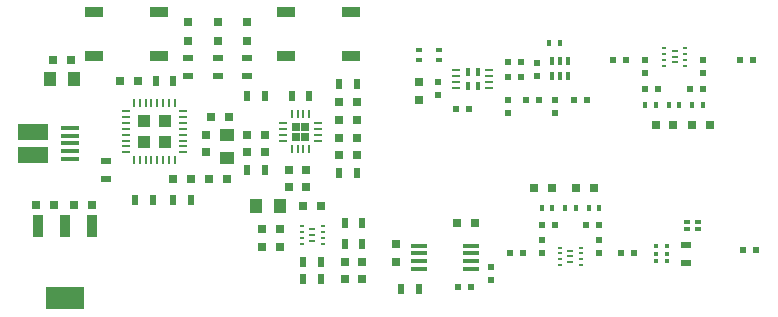
<source format=gtp>
G04 #@! TF.FileFunction,Paste,Top*
%FSLAX46Y46*%
G04 Gerber Fmt 4.6, Leading zero omitted, Abs format (unit mm)*
G04 Created by KiCad (PCBNEW 4.0.5-e0-6337~49~ubuntu14.04.1) date Sun Feb 26 21:45:19 2017*
%MOMM*%
%LPD*%
G01*
G04 APERTURE LIST*
%ADD10C,0.100000*%
%ADD11R,1.450000X0.400000*%
%ADD12R,0.450000X0.250000*%
%ADD13R,0.560000X0.170000*%
%ADD14R,0.560000X0.210000*%
%ADD15R,0.750000X0.260000*%
%ADD16R,0.260000X0.750000*%
%ADD17R,0.650000X0.650000*%
%ADD18R,0.700000X0.250000*%
%ADD19R,0.250000X0.700000*%
%ADD20R,1.035000X1.035000*%
%ADD21R,1.500000X0.850000*%
%ADD22R,0.500000X0.900000*%
%ADD23R,0.800000X0.750000*%
%ADD24R,0.750000X0.800000*%
%ADD25R,0.600000X0.500000*%
%ADD26R,0.500000X0.600000*%
%ADD27R,0.800000X0.800000*%
%ADD28R,1.250000X1.000000*%
%ADD29R,1.000000X1.250000*%
%ADD30R,1.650000X0.400000*%
%ADD31R,2.500000X1.430000*%
%ADD32R,0.900000X0.500000*%
%ADD33R,0.400000X0.600000*%
%ADD34R,0.600000X0.400000*%
%ADD35R,3.250000X1.900000*%
%ADD36R,0.950000X1.900000*%
%ADD37R,0.300000X0.800000*%
%ADD38R,0.330000X0.410000*%
%ADD39R,0.500000X0.400000*%
%ADD40R,0.675000X0.250000*%
%ADD41R,0.450000X0.800000*%
G04 APERTURE END LIST*
D10*
D11*
X176500000Y-85400000D03*
X176500000Y-86050000D03*
X176500000Y-86700000D03*
X176500000Y-87350000D03*
X180900000Y-87350000D03*
X180900000Y-86700000D03*
X180900000Y-86050000D03*
X180900000Y-85400000D03*
D12*
X166625000Y-83750000D03*
X166625000Y-84250000D03*
X166625000Y-84750000D03*
X166625000Y-85250000D03*
X168375000Y-85250000D03*
X168375000Y-84750000D03*
X168375000Y-84250000D03*
X168375000Y-83750000D03*
D13*
X167500000Y-84020000D03*
D14*
X167500000Y-84500000D03*
D13*
X167500000Y-85000000D03*
D15*
X167975000Y-76500000D03*
X167975000Y-76000000D03*
X167975000Y-75500000D03*
X167975000Y-75000000D03*
D16*
X167250000Y-74275000D03*
X166750000Y-74275000D03*
X166250000Y-74275000D03*
X165750000Y-74275000D03*
D15*
X165025000Y-75000000D03*
X165025000Y-75500000D03*
X165025000Y-76000000D03*
X165025000Y-76500000D03*
D16*
X165750000Y-77225000D03*
X166250000Y-77225000D03*
X166750000Y-77225000D03*
X167250000Y-77225000D03*
D17*
X166912500Y-76162500D03*
X166087500Y-75337500D03*
X166912500Y-75337500D03*
X166087500Y-76162500D03*
D18*
X156537500Y-77500000D03*
X156537500Y-77000000D03*
X156537500Y-76500000D03*
X156537500Y-76000000D03*
X156537500Y-75500000D03*
X156537500Y-75000000D03*
X156537500Y-74500000D03*
X156537500Y-74000000D03*
D19*
X155887500Y-73350000D03*
X155387500Y-73350000D03*
X154887500Y-73350000D03*
X154387500Y-73350000D03*
X153887500Y-73350000D03*
X153387500Y-73350000D03*
X152887500Y-73350000D03*
X152387500Y-73350000D03*
D18*
X151737500Y-74000000D03*
X151737500Y-74500000D03*
X151737500Y-75000000D03*
X151737500Y-75500000D03*
X151737500Y-76000000D03*
X151737500Y-76500000D03*
X151737500Y-77000000D03*
X151737500Y-77500000D03*
D19*
X152387500Y-78150000D03*
X152887500Y-78150000D03*
X153387500Y-78150000D03*
X153887500Y-78150000D03*
X154387500Y-78150000D03*
X154887500Y-78150000D03*
X155387500Y-78150000D03*
X155887500Y-78150000D03*
D20*
X153275000Y-74887500D03*
X153275000Y-76612500D03*
X155000000Y-74887500D03*
X155000000Y-76612500D03*
D21*
X170750000Y-65650000D03*
X165250000Y-65650000D03*
X165250000Y-69350000D03*
X170750000Y-69350000D03*
X154500000Y-65650000D03*
X149000000Y-65650000D03*
X149000000Y-69350000D03*
X154500000Y-69350000D03*
D22*
X163500000Y-72750000D03*
X162000000Y-72750000D03*
X154250000Y-71500000D03*
X155750000Y-71500000D03*
D23*
X144150000Y-81950000D03*
X145650000Y-81950000D03*
X151250000Y-71500000D03*
X152750000Y-71500000D03*
X157250000Y-79750000D03*
X155750000Y-79750000D03*
X160450000Y-74500000D03*
X158950000Y-74500000D03*
X147350000Y-81950000D03*
X148850000Y-81950000D03*
X145550000Y-69650000D03*
X147050000Y-69650000D03*
D24*
X158500000Y-76000000D03*
X158500000Y-77500000D03*
D23*
X160250000Y-79750000D03*
X158750000Y-79750000D03*
X164750000Y-84000000D03*
X163250000Y-84000000D03*
X169750000Y-73250000D03*
X171250000Y-73250000D03*
X168250000Y-82000000D03*
X166750000Y-82000000D03*
X164750000Y-85500000D03*
X163250000Y-85500000D03*
X169750000Y-77750000D03*
X171250000Y-77750000D03*
X163500000Y-77500000D03*
X162000000Y-77500000D03*
X167000000Y-79000000D03*
X165500000Y-79000000D03*
X163500000Y-76000000D03*
X162000000Y-76000000D03*
X171250000Y-76250000D03*
X169750000Y-76250000D03*
X171750000Y-88250000D03*
X170250000Y-88250000D03*
X171250000Y-74750000D03*
X169750000Y-74750000D03*
X171750000Y-86750000D03*
X170250000Y-86750000D03*
D25*
X180900000Y-88910000D03*
X179800000Y-88910000D03*
D24*
X174570000Y-85300000D03*
X174570000Y-86800000D03*
D26*
X182620000Y-87200000D03*
X182620000Y-88300000D03*
D25*
X200569779Y-72111867D03*
X199469779Y-72111867D03*
X203700000Y-69661867D03*
X204800000Y-69661867D03*
D23*
X181250000Y-83500000D03*
X179750000Y-83500000D03*
D26*
X178127416Y-71530846D03*
X178127416Y-72630846D03*
D23*
X199669779Y-75211867D03*
X201169779Y-75211867D03*
D24*
X176507416Y-71530846D03*
X176507416Y-73030846D03*
D25*
X189627416Y-73070846D03*
X190727416Y-73070846D03*
D23*
X198069779Y-75211867D03*
X196569779Y-75211867D03*
D25*
X196769779Y-72111867D03*
X195669779Y-72111867D03*
X192969779Y-69661867D03*
X194069779Y-69661867D03*
D26*
X188027416Y-73050000D03*
X188027416Y-74150000D03*
D25*
X186910000Y-83660000D03*
X188010000Y-83660000D03*
X179697416Y-73850846D03*
X180797416Y-73850846D03*
X185360000Y-86060000D03*
X184260000Y-86060000D03*
D26*
X186527416Y-69950846D03*
X186527416Y-71050846D03*
X184087416Y-74160846D03*
X184087416Y-73060846D03*
D23*
X187810000Y-80510000D03*
X186310000Y-80510000D03*
X191350000Y-80550000D03*
X189850000Y-80550000D03*
D25*
X190710000Y-83660000D03*
X191810000Y-83660000D03*
X194710000Y-86060000D03*
X193610000Y-86060000D03*
D27*
X157000000Y-68050000D03*
X157000000Y-66450000D03*
X159500000Y-68050000D03*
X159500000Y-66450000D03*
X162000000Y-68050000D03*
X162000000Y-66450000D03*
D28*
X160250000Y-78000000D03*
X160250000Y-76000000D03*
D29*
X147300000Y-71300000D03*
X145300000Y-71300000D03*
X162750000Y-82000000D03*
X164750000Y-82000000D03*
D26*
X200569779Y-70761867D03*
X200569779Y-69661867D03*
X195669779Y-70761867D03*
X195669779Y-69661867D03*
D25*
X186717416Y-73060846D03*
X185617416Y-73060846D03*
D26*
X186910000Y-84960000D03*
X186910000Y-86060000D03*
D25*
X185207416Y-69870846D03*
X184107416Y-69870846D03*
X185207416Y-71130846D03*
X184107416Y-71130846D03*
D26*
X191810000Y-84960000D03*
X191810000Y-86060000D03*
D30*
X147000000Y-75450000D03*
X147000000Y-76100000D03*
X147000000Y-76750000D03*
X147000000Y-77400000D03*
X147000000Y-78050000D03*
D31*
X143880000Y-75790000D03*
X143880000Y-77710000D03*
D32*
X150000000Y-79750000D03*
X150000000Y-78250000D03*
X157000000Y-71000000D03*
X157000000Y-69500000D03*
X159500000Y-71000000D03*
X159500000Y-69500000D03*
X162000000Y-71000000D03*
X162000000Y-69500000D03*
D22*
X169750000Y-79250000D03*
X171250000Y-79250000D03*
X163500000Y-79000000D03*
X162000000Y-79000000D03*
X165750000Y-72750000D03*
X167250000Y-72750000D03*
X169750000Y-71750000D03*
X171250000Y-71750000D03*
X168250000Y-88250000D03*
X166750000Y-88250000D03*
X166750000Y-86750000D03*
X168250000Y-86750000D03*
X170250000Y-83500000D03*
X171750000Y-83500000D03*
X171750000Y-85250000D03*
X170250000Y-85250000D03*
D33*
X199669779Y-73511867D03*
X200569779Y-73511867D03*
X197669779Y-73511867D03*
X198569779Y-73511867D03*
X196569779Y-73511867D03*
X195669779Y-73511867D03*
X187550000Y-68200000D03*
X188450000Y-68200000D03*
X187810000Y-82210000D03*
X186910000Y-82210000D03*
X189810000Y-82210000D03*
X188910000Y-82210000D03*
X190910000Y-82210000D03*
X191810000Y-82210000D03*
D34*
X176500000Y-68800000D03*
X176500000Y-69700000D03*
X178250000Y-69700000D03*
X178250000Y-68800000D03*
D32*
X199160000Y-86830000D03*
X199160000Y-85330000D03*
D35*
X146550000Y-89850000D03*
D36*
X148850000Y-83750000D03*
X146550000Y-83750000D03*
X144250000Y-83750000D03*
D37*
X189127416Y-69750846D03*
X188477416Y-69750846D03*
X187827416Y-69750846D03*
X187827416Y-71050846D03*
X188477416Y-71050846D03*
X189127416Y-71050846D03*
D38*
X197570000Y-86070000D03*
X197570000Y-85410000D03*
X197570000Y-86730000D03*
X196570000Y-86070000D03*
X196570000Y-85410000D03*
X196570000Y-86730000D03*
D39*
X200200000Y-83375000D03*
X200200000Y-84025000D03*
X199200000Y-83375000D03*
X199200000Y-84025000D03*
D22*
X157250000Y-81500000D03*
X155750000Y-81500000D03*
X152500000Y-81500000D03*
X154000000Y-81500000D03*
X176500000Y-89100000D03*
X175000000Y-89100000D03*
D25*
X205050000Y-85750000D03*
X203950000Y-85750000D03*
D12*
X199044779Y-70161867D03*
X199044779Y-69661867D03*
X199044779Y-69161867D03*
X199044779Y-68661867D03*
X197294779Y-68661867D03*
X197294779Y-69161867D03*
X197294779Y-69661867D03*
X197294779Y-70161867D03*
D13*
X198169779Y-69891867D03*
D14*
X198169779Y-69411867D03*
D13*
X198169779Y-68911867D03*
D12*
X188485000Y-85560000D03*
X188485000Y-86060000D03*
X188485000Y-86560000D03*
X188485000Y-87060000D03*
X190235000Y-87060000D03*
X190235000Y-86560000D03*
X190235000Y-86060000D03*
X190235000Y-85560000D03*
D13*
X189360000Y-85830000D03*
D14*
X189360000Y-86310000D03*
D13*
X189360000Y-86810000D03*
D40*
X182492416Y-72015846D03*
X182492416Y-71515846D03*
X182492416Y-71015846D03*
X182492416Y-70515846D03*
X179692416Y-70515846D03*
X179692416Y-71015846D03*
X179692416Y-71515846D03*
X179692416Y-72015846D03*
D41*
X181504916Y-71860846D03*
X180679916Y-70670846D03*
X181504916Y-70670846D03*
X180679916Y-71860846D03*
D23*
X165500000Y-80400000D03*
X167000000Y-80400000D03*
M02*

</source>
